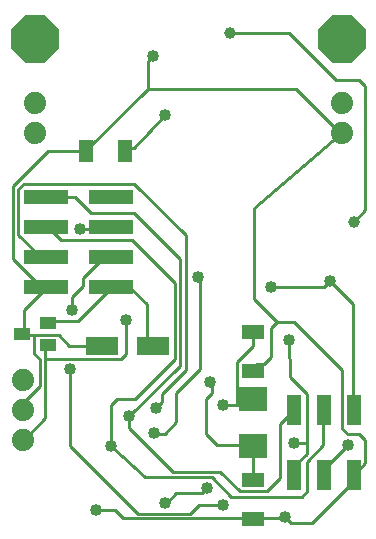
<source format=gbl>
G75*
%MOIN*%
%OFA0B0*%
%FSLAX25Y25*%
%IPPOS*%
%LPD*%
%AMOC8*
5,1,8,0,0,1.08239X$1,22.5*
%
%ADD10R,0.07500X0.05000*%
%ADD11R,0.05000X0.07500*%
%ADD12R,0.09449X0.07874*%
%ADD13R,0.05000X0.10000*%
%ADD14C,0.07400*%
%ADD15R,0.05512X0.03937*%
%ADD16R,0.15000X0.05000*%
%ADD17R,0.11000X0.06299*%
%ADD18C,0.01000*%
%ADD19C,0.04000*%
%ADD20C,0.03962*%
%ADD21OC8,0.15811*%
D10*
X0097604Y0009437D03*
X0097604Y0022437D03*
X0097604Y0058650D03*
X0097604Y0071650D03*
D11*
X0054891Y0132079D03*
X0041891Y0132079D03*
D12*
X0097604Y0049402D03*
X0097604Y0033654D03*
D13*
X0111226Y0024126D03*
X0121226Y0024126D03*
X0131226Y0024126D03*
X0131226Y0045622D03*
X0121226Y0045622D03*
X0111226Y0045622D03*
D14*
X0020832Y0035622D03*
X0020832Y0045622D03*
X0020832Y0055622D03*
X0024769Y0137984D03*
X0024769Y0147984D03*
X0127131Y0147984D03*
X0127131Y0137984D03*
D15*
X0029100Y0074795D03*
X0029100Y0067315D03*
X0020438Y0071055D03*
D16*
X0028706Y0086803D03*
X0028706Y0096803D03*
X0028706Y0106803D03*
X0028706Y0116803D03*
X0050306Y0116803D03*
X0050306Y0106803D03*
X0050306Y0096803D03*
X0050306Y0086803D03*
D17*
X0047234Y0067118D03*
X0064139Y0067118D03*
D18*
X0063358Y0067126D01*
X0063358Y0068926D01*
X0062171Y0070113D01*
X0062171Y0080898D01*
X0057042Y0086026D01*
X0049858Y0086026D01*
X0050306Y0086803D01*
X0049858Y0086026D02*
X0039058Y0075226D01*
X0029158Y0075226D01*
X0029100Y0074795D01*
X0032758Y0070726D02*
X0024658Y0070726D01*
X0024658Y0064426D01*
X0026458Y0062626D01*
X0026458Y0053626D01*
X0021058Y0048226D01*
X0021058Y0046426D01*
X0020832Y0045622D01*
X0028258Y0042826D02*
X0021058Y0035626D01*
X0020832Y0035622D01*
X0028258Y0042826D02*
X0028258Y0062626D01*
X0053458Y0062626D01*
X0055258Y0064426D01*
X0055258Y0075563D01*
X0047234Y0067118D02*
X0047158Y0067126D01*
X0036358Y0067126D01*
X0032758Y0070726D01*
X0029100Y0067315D02*
X0028258Y0067126D01*
X0028258Y0062626D01*
X0024658Y0070726D02*
X0021058Y0070726D01*
X0020438Y0071055D01*
X0021058Y0071626D01*
X0021058Y0078826D01*
X0028258Y0086026D01*
X0028706Y0086803D01*
X0028258Y0086926D01*
X0026458Y0086926D01*
X0017458Y0095926D01*
X0017458Y0120226D01*
X0029158Y0131926D01*
X0041758Y0131926D01*
X0041891Y0132079D01*
X0042658Y0132826D01*
X0062458Y0152626D01*
X0062458Y0161894D01*
X0064139Y0163575D01*
X0062458Y0152626D02*
X0111958Y0152626D01*
X0126358Y0138226D01*
X0127131Y0137984D01*
X0126358Y0137326D01*
X0097952Y0112857D01*
X0097952Y0082763D01*
X0099572Y0081143D01*
X0099572Y0080898D01*
X0105478Y0074992D01*
X0103509Y0073024D01*
X0103509Y0063181D01*
X0101154Y0060826D01*
X0098458Y0060826D01*
X0098458Y0059026D01*
X0097604Y0058650D01*
X0092158Y0061726D02*
X0092158Y0047326D01*
X0087489Y0047326D01*
X0092158Y0047326D02*
X0095758Y0047326D01*
X0097558Y0049126D01*
X0097604Y0049402D01*
X0106558Y0041026D02*
X0111058Y0045526D01*
X0111226Y0045622D01*
X0106558Y0041026D02*
X0106558Y0023026D01*
X0102058Y0018526D01*
X0093058Y0018526D01*
X0086589Y0024994D01*
X0070830Y0024994D01*
X0056265Y0039559D01*
X0056265Y0043496D01*
X0073258Y0060489D01*
X0073258Y0095926D01*
X0057958Y0111226D01*
X0043558Y0111226D01*
X0038158Y0116626D01*
X0029158Y0116626D01*
X0028706Y0116803D01*
X0021058Y0121126D02*
X0019258Y0119326D01*
X0019258Y0104026D01*
X0026458Y0096826D01*
X0028258Y0096826D01*
X0028706Y0096803D01*
X0033658Y0102226D02*
X0029158Y0106726D01*
X0028706Y0106803D01*
X0033658Y0102226D02*
X0057058Y0102226D01*
X0071458Y0087826D01*
X0071458Y0062626D01*
X0058234Y0049402D01*
X0052328Y0049402D01*
X0050360Y0047433D01*
X0050360Y0033654D01*
X0050360Y0041528D01*
X0050360Y0033654D02*
X0061447Y0023194D01*
X0083889Y0023194D01*
X0090358Y0016726D01*
X0113758Y0016726D01*
X0115558Y0018526D01*
X0115558Y0028426D01*
X0120958Y0033826D01*
X0120958Y0045526D01*
X0121226Y0045622D01*
X0115558Y0050926D02*
X0115558Y0034726D01*
X0111058Y0034726D01*
X0115558Y0034726D02*
X0115558Y0031126D01*
X0111958Y0027526D01*
X0111958Y0024826D01*
X0111226Y0024126D01*
X0121226Y0024126D02*
X0121858Y0024826D01*
X0121858Y0026626D01*
X0129226Y0033994D01*
X0129100Y0037591D02*
X0127258Y0039432D01*
X0127258Y0059026D01*
X0111383Y0074992D01*
X0105478Y0074992D01*
X0109415Y0069087D02*
X0109989Y0056494D01*
X0115558Y0050926D01*
X0129100Y0037591D02*
X0133037Y0037591D01*
X0135005Y0035622D01*
X0135005Y0027906D01*
X0131226Y0024126D01*
X0130858Y0024826D01*
X0131226Y0024126D02*
X0130858Y0023926D01*
X0130858Y0021632D01*
X0117289Y0008063D01*
X0110320Y0008063D01*
X0108352Y0010031D01*
X0107846Y0009526D01*
X0098458Y0009526D01*
X0097604Y0009437D01*
X0097558Y0009526D01*
X0054247Y0009526D01*
X0051547Y0012226D01*
X0045189Y0012226D01*
X0059076Y0011157D02*
X0036580Y0033654D01*
X0036580Y0059244D01*
X0037258Y0078826D02*
X0037258Y0083326D01*
X0040858Y0086926D01*
X0040858Y0089626D01*
X0047158Y0095926D01*
X0049858Y0095926D01*
X0050306Y0096803D01*
X0048958Y0105826D02*
X0049858Y0106726D01*
X0050306Y0106803D01*
X0048958Y0105826D02*
X0039958Y0105826D01*
X0057958Y0121126D02*
X0021058Y0121126D01*
X0054891Y0132079D02*
X0055258Y0132826D01*
X0057958Y0132826D01*
X0068076Y0143890D01*
X0057958Y0121126D02*
X0075058Y0104026D01*
X0075058Y0058857D01*
X0067126Y0050926D01*
X0067126Y0048226D01*
X0065158Y0046257D01*
X0064426Y0038157D02*
X0064993Y0037591D01*
X0068076Y0037591D01*
X0072013Y0041528D01*
X0072013Y0051370D01*
X0079887Y0059244D01*
X0079887Y0089239D01*
X0079221Y0089906D01*
X0097558Y0071626D02*
X0097604Y0071650D01*
X0097558Y0071626D02*
X0097558Y0067126D01*
X0092158Y0061726D01*
X0083824Y0054197D02*
X0083158Y0054863D01*
X0083824Y0054197D02*
X0083824Y0051370D01*
X0081856Y0049402D01*
X0081856Y0037591D01*
X0085620Y0033826D01*
X0097558Y0033826D01*
X0097604Y0033654D01*
X0097558Y0032926D01*
X0097558Y0023026D01*
X0097604Y0022437D01*
X0087658Y0014026D02*
X0079500Y0014026D01*
X0076632Y0011157D01*
X0059076Y0011157D01*
X0068076Y0014757D02*
X0068865Y0014757D01*
X0072013Y0017906D01*
X0080400Y0017906D01*
X0082089Y0019594D01*
X0131226Y0045622D02*
X0130858Y0046426D01*
X0130858Y0081108D01*
X0123194Y0088772D01*
X0121226Y0086803D01*
X0103509Y0086803D01*
X0131068Y0108457D02*
X0135005Y0112394D01*
X0135005Y0153732D01*
X0133037Y0155701D01*
X0125163Y0155701D01*
X0109415Y0171449D01*
X0089730Y0171449D01*
D19*
X0068076Y0143890D03*
X0064139Y0163575D03*
X0039958Y0105826D03*
X0037258Y0078826D03*
X0036580Y0059244D03*
X0055258Y0075563D03*
X0079221Y0089906D03*
X0103509Y0086803D03*
X0109415Y0069087D03*
X0123194Y0088772D03*
X0087489Y0047326D03*
X0083158Y0054863D03*
X0065158Y0046257D03*
X0064426Y0038157D03*
X0056265Y0043496D03*
X0050360Y0033654D03*
X0045189Y0012226D03*
X0068076Y0014757D03*
X0082089Y0019594D03*
X0087658Y0014026D03*
X0108352Y0010031D03*
X0111058Y0034726D03*
X0129226Y0033994D03*
D20*
X0131068Y0108457D03*
X0089730Y0171449D03*
D21*
X0127131Y0169480D03*
X0024769Y0169480D03*
M02*

</source>
